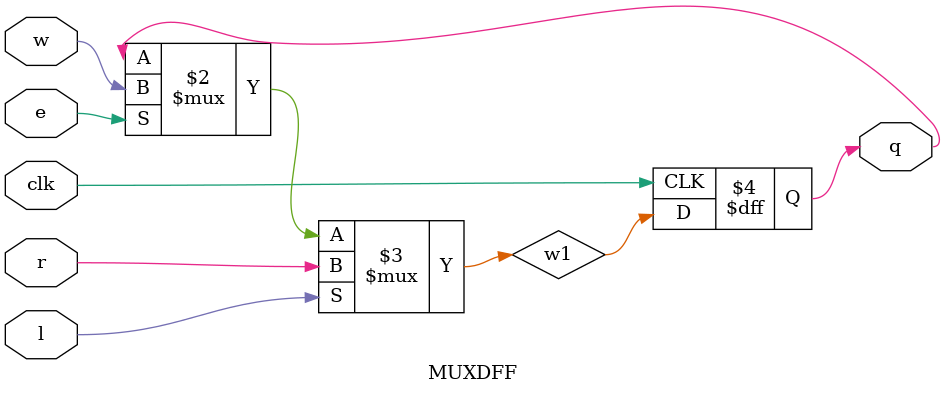
<source format=v>
module top_module (
    input [3:0] SW,
    input [3:0] KEY,
    output [3:0] LEDR
); 
    wire w1,w2,w3;
    MUXDFF m1(KEY[0],KEY[2],KEY[1],SW[3],KEY[3],LEDR[3]);
    MUXDFF m2(KEY[0],KEY[2],KEY[1],SW[2],LEDR[3],LEDR[2]);
    MUXDFF m3(KEY[0],KEY[2],KEY[1],SW[1],LEDR[2],LEDR[1]);
    MUXDFF m4(KEY[0],KEY[2],KEY[1],SW[0],LEDR[1],LEDR[0]);
endmodule

module MUXDFF (
   input clk,l,e,r,w,
   output reg q);
    wire w1;
    always@(posedge clk)
        begin
            q<=w1;
        end
    assign w1=l?r:(e?w:q);
    

endmodule

</source>
